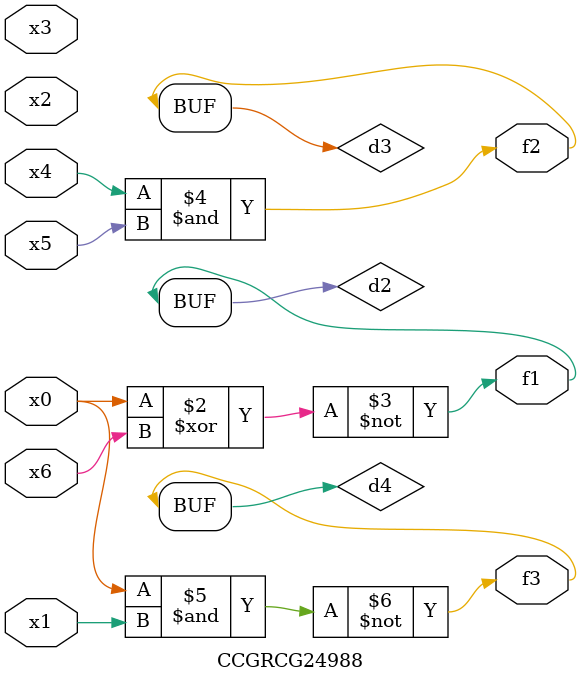
<source format=v>
module CCGRCG24988(
	input x0, x1, x2, x3, x4, x5, x6,
	output f1, f2, f3
);

	wire d1, d2, d3, d4;

	nor (d1, x0);
	xnor (d2, x0, x6);
	and (d3, x4, x5);
	nand (d4, x0, x1);
	assign f1 = d2;
	assign f2 = d3;
	assign f3 = d4;
endmodule

</source>
